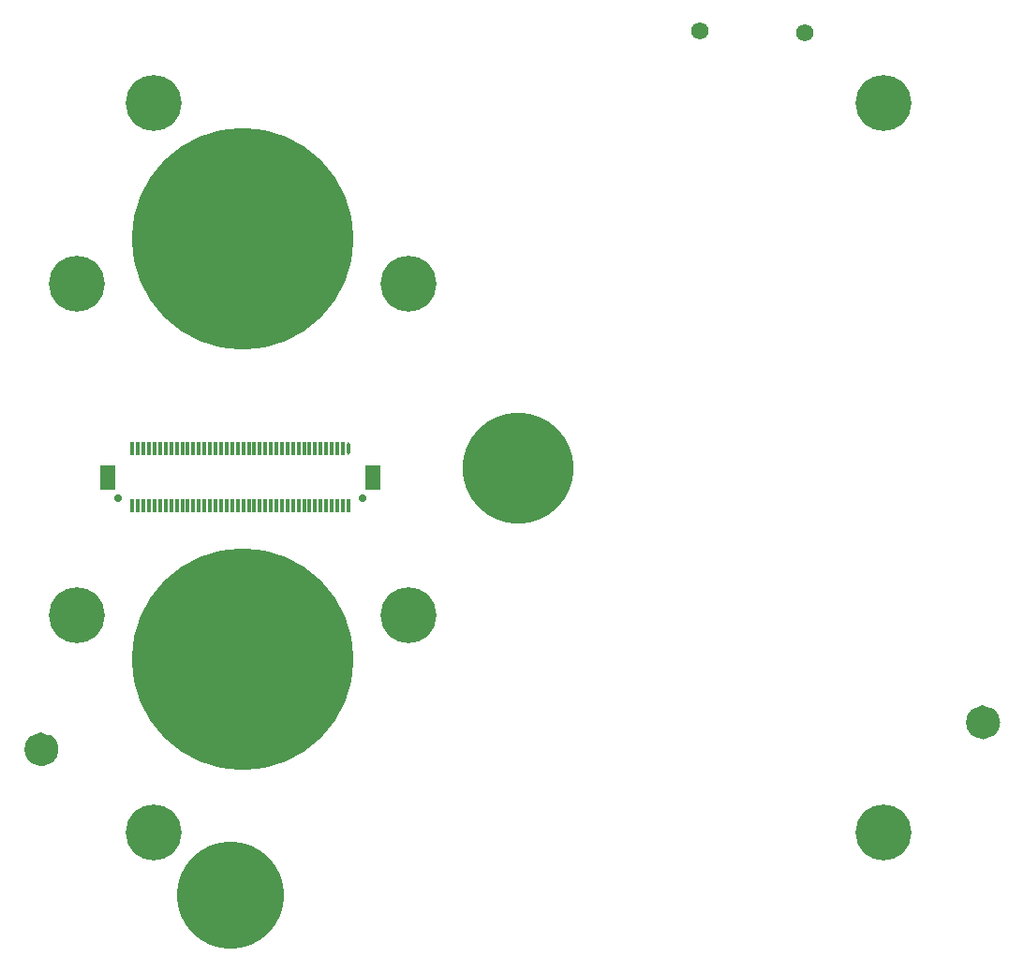
<source format=gbs>
G04 Layer_Color=16711935*
%FSLAX42Y42*%
%MOMM*%
G71*
G01*
G75*
%ADD31R,0.30X1.17*%
G04:AMPARAMS|DCode=32|XSize=0.3mm|YSize=1.17mm|CornerRadius=0.15mm|HoleSize=0mm|Usage=FLASHONLY|Rotation=0.000|XOffset=0mm|YOffset=0mm|HoleType=Round|Shape=RoundedRectangle|*
%AMROUNDEDRECTD32*
21,1,0.30,0.86,0,0,0.0*
21,1,0.00,1.17,0,0,0.0*
1,1,0.30,0.00,-0.43*
1,1,0.30,0.00,-0.43*
1,1,0.30,0.00,0.43*
1,1,0.30,0.00,0.43*
%
%ADD32ROUNDEDRECTD32*%
%ADD33R,1.47X2.16*%
%ADD34C,1.57*%
%ADD36C,0.71*%
%ADD37C,5.05*%
%ADD38C,20.05*%
%ADD39C,10.05*%
%ADD40C,9.69*%
%ADD41C,1.27*%
G04:AMPARAMS|DCode=42|XSize=1.57mm|YSize=1.57mm|CornerRadius=0.79mm|HoleSize=0mm|Usage=FLASHONLY|Rotation=180.000|XOffset=0mm|YOffset=0mm|HoleType=Round|Shape=RoundedRectangle|*
%AMROUNDEDRECTD42*
21,1,1.57,0.00,0,0,180.0*
21,1,0.00,1.57,0,0,180.0*
1,1,1.57,0.00,0.00*
1,1,1.57,0.00,0.00*
1,1,1.57,0.00,0.00*
1,1,1.57,0.00,0.00*
%
%ADD42ROUNDEDRECTD42*%
G04:AMPARAMS|DCode=43|XSize=1.57mm|YSize=1.57mm|CornerRadius=0.79mm|HoleSize=0mm|Usage=FLASHONLY|Rotation=90.000|XOffset=0mm|YOffset=0mm|HoleType=Round|Shape=RoundedRectangle|*
%AMROUNDEDRECTD43*
21,1,1.57,0.00,0,0,90.0*
21,1,0.00,1.57,0,0,90.0*
1,1,1.57,0.00,0.00*
1,1,1.57,0.00,0.00*
1,1,1.57,0.00,0.00*
1,1,1.57,0.00,0.00*
%
%ADD43ROUNDEDRECTD43*%
D31*
X9964Y11157D02*
D03*
X9914D02*
D03*
X9864D02*
D03*
X9814D02*
D03*
X9764D02*
D03*
X9714D02*
D03*
X9664D02*
D03*
X9614D02*
D03*
X9564D02*
D03*
X9514D02*
D03*
X9464D02*
D03*
X9414D02*
D03*
X9364D02*
D03*
X9314D02*
D03*
X9264D02*
D03*
X9214D02*
D03*
X9164D02*
D03*
X9114D02*
D03*
X9064Y11157D02*
D03*
X9014Y11157D02*
D03*
X8963D02*
D03*
X8913D02*
D03*
X8862D02*
D03*
X8814D02*
D03*
X8763D02*
D03*
X8712D02*
D03*
X8664D02*
D03*
X8613D02*
D03*
X8562D02*
D03*
X8511D02*
D03*
X9914Y11679D02*
D03*
X9864D02*
D03*
X9814D02*
D03*
X9764D02*
D03*
X9714D02*
D03*
X9664D02*
D03*
X9614D02*
D03*
X9564D02*
D03*
X9514D02*
D03*
X9464D02*
D03*
X9414D02*
D03*
X9364D02*
D03*
X9314D02*
D03*
X9264D02*
D03*
X9214D02*
D03*
X9164D02*
D03*
X9114D02*
D03*
X9064D02*
D03*
X9014D02*
D03*
X8964D02*
D03*
X8913D02*
D03*
X8862D02*
D03*
X8814D02*
D03*
X8763D02*
D03*
X8712D02*
D03*
X8664D02*
D03*
X8613D02*
D03*
X8562D02*
D03*
X8511D02*
D03*
X8463D02*
D03*
X8463Y11157D02*
D03*
X8412Y11679D02*
D03*
Y11157D02*
D03*
X8362Y11679D02*
D03*
Y11157D02*
D03*
X8313Y11679D02*
D03*
X8313Y11157D02*
D03*
X8262Y11679D02*
D03*
Y11157D02*
D03*
X8212Y11679D02*
D03*
Y11157D02*
D03*
X8163Y11679D02*
D03*
X8163Y11157D02*
D03*
X8113Y11679D02*
D03*
Y11157D02*
D03*
X8062Y11679D02*
D03*
Y11157D02*
D03*
X8014Y11679D02*
D03*
X8014Y11157D02*
D03*
D32*
X9964Y11679D02*
D03*
D33*
X10189Y11417D02*
D03*
X7787Y11417D02*
D03*
D34*
X14089Y15436D02*
D03*
X13142Y15448D02*
D03*
D36*
X7887Y11227D02*
D03*
X10089D02*
D03*
D03*
X7887D02*
D03*
D37*
X10508Y10170D02*
D03*
X7508Y13170D02*
D03*
Y10170D02*
D03*
X10508Y13170D02*
D03*
X14796Y14796D02*
D03*
X8204D02*
D03*
X14796Y8204D02*
D03*
X8204Y8204D02*
D03*
D38*
X9008Y13570D02*
D03*
Y9770D02*
D03*
D39*
X11500Y11500D02*
D03*
D40*
X8898Y7637D02*
D03*
D41*
X15791Y9200D02*
G03*
X15791Y9200I-91J0D01*
G01*
X7282Y8956D02*
G03*
X7282Y8956I-91J0D01*
G01*
D42*
X15700Y9200D02*
D03*
D43*
X7191Y8956D02*
D03*
M02*

</source>
